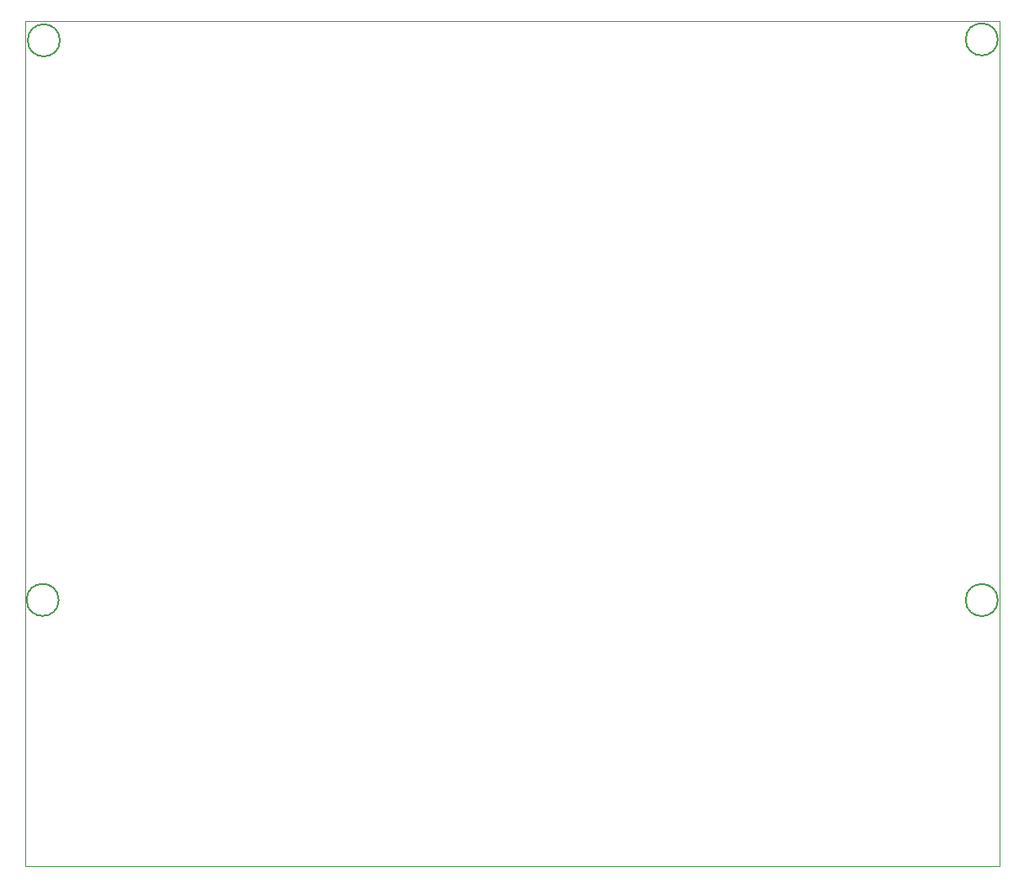
<source format=gbr>
%TF.GenerationSoftware,KiCad,Pcbnew,8.0.4*%
%TF.CreationDate,2024-08-20T10:11:57+03:00*%
%TF.ProjectId,stm32f030k6t6,73746d33-3266-4303-9330-6b3674362e6b,rev?*%
%TF.SameCoordinates,Original*%
%TF.FileFunction,Profile,NP*%
%FSLAX46Y46*%
G04 Gerber Fmt 4.6, Leading zero omitted, Abs format (unit mm)*
G04 Created by KiCad (PCBNEW 8.0.4) date 2024-08-20 10:11:57*
%MOMM*%
%LPD*%
G01*
G04 APERTURE LIST*
%TA.AperFunction,Profile*%
%ADD10C,0.150000*%
%TD*%
%TA.AperFunction,Profile*%
%ADD11C,0.100000*%
%TD*%
G04 APERTURE END LIST*
D10*
X247814214Y-41814214D02*
G75*
G02*
X244585786Y-41814214I-1614214J0D01*
G01*
X244585786Y-41814214D02*
G75*
G02*
X247814214Y-41814214I1614214J0D01*
G01*
X247814214Y-98214214D02*
G75*
G02*
X244585786Y-98214214I-1614214J0D01*
G01*
X244585786Y-98214214D02*
G75*
G02*
X247814214Y-98214214I1614214J0D01*
G01*
D11*
X248000000Y-125000000D02*
X248000000Y-40000000D01*
D10*
X153514214Y-41914214D02*
G75*
G02*
X150285786Y-41914214I-1614214J0D01*
G01*
X150285786Y-41914214D02*
G75*
G02*
X153514214Y-41914214I1614214J0D01*
G01*
X153400000Y-98200000D02*
G75*
G02*
X150171572Y-98200000I-1614214J0D01*
G01*
X150171572Y-98200000D02*
G75*
G02*
X153400000Y-98200000I1614214J0D01*
G01*
D11*
X150000000Y-125000000D02*
X248000000Y-125000000D01*
X248000000Y-40000000D02*
X150000000Y-40000000D01*
X150000000Y-40000000D02*
X150000000Y-125000000D01*
M02*

</source>
